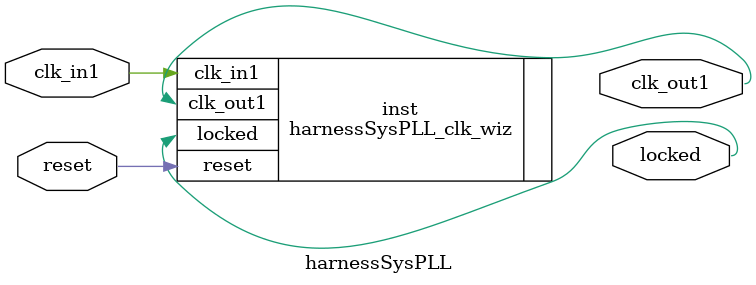
<source format=v>


`timescale 1ps/1ps

(* CORE_GENERATION_INFO = "harnessSysPLL,clk_wiz_v6_0_14_0_0,{component_name=harnessSysPLL,use_phase_alignment=true,use_min_o_jitter=false,use_max_i_jitter=false,use_dyn_phase_shift=false,use_inclk_switchover=false,use_dyn_reconfig=false,enable_axi=0,feedback_source=FDBK_AUTO,PRIMITIVE=MMCM,num_out_clk=1,clkin1_period=10.000,clkin2_period=10.000,use_power_down=false,use_reset=true,use_locked=true,use_inclk_stopped=false,feedback_type=SINGLE,CLOCK_MGR_TYPE=NA,manual_override=false}" *)

module harnessSysPLL 
 (
  // Clock out ports
  output        clk_out1,
  // Status and control signals
  input         reset,
  output        locked,
 // Clock in ports
  input         clk_in1
 );

  harnessSysPLL_clk_wiz inst
  (
  // Clock out ports  
  .clk_out1(clk_out1),
  // Status and control signals               
  .reset(reset), 
  .locked(locked),
 // Clock in ports
  .clk_in1(clk_in1)
  );

endmodule

</source>
